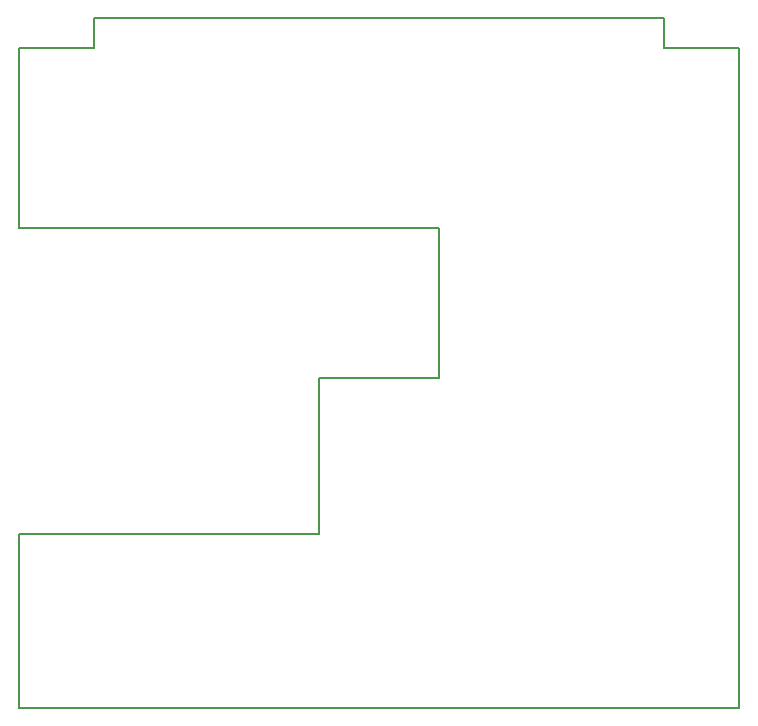
<source format=gbr>
G04 #@! TF.FileFunction,Profile,NP*
%FSLAX46Y46*%
G04 Gerber Fmt 4.6, Leading zero omitted, Abs format (unit mm)*
G04 Created by KiCad (PCBNEW 4.0.5+dfsg1-4) date Tue Feb 13 00:54:17 2018*
%MOMM*%
%LPD*%
G01*
G04 APERTURE LIST*
%ADD10C,0.100000*%
%ADD11C,0.150000*%
G04 APERTURE END LIST*
D10*
D11*
X139700000Y-107188000D02*
X114300000Y-107188000D01*
X114300000Y-107188000D02*
X114300000Y-121920000D01*
X139700000Y-93980000D02*
X139700000Y-107188000D01*
X168910000Y-63500000D02*
X120650000Y-63500000D01*
X175260000Y-66040000D02*
X175260000Y-121920000D01*
X168910000Y-66040000D02*
X168910000Y-63500000D01*
X175260000Y-66040000D02*
X168910000Y-66040000D01*
X114300000Y-81280000D02*
X114300000Y-66040000D01*
X120650000Y-66040000D02*
X120650000Y-63500000D01*
X114300000Y-66040000D02*
X120650000Y-66040000D01*
X149860000Y-81280000D02*
X114300000Y-81280000D01*
X149860000Y-93980000D02*
X149860000Y-81280000D01*
X139700000Y-93980000D02*
X149860000Y-93980000D01*
X175260000Y-121920000D02*
X114300000Y-121920000D01*
M02*

</source>
